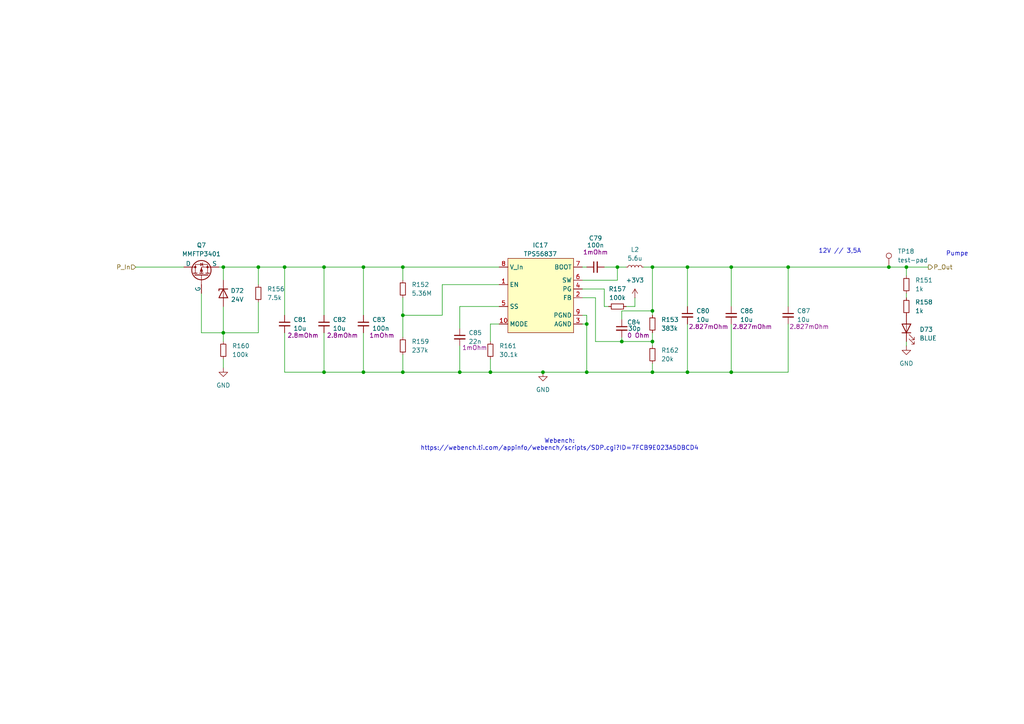
<source format=kicad_sch>
(kicad_sch (version 20231120) (generator "eeschema") (generator_version "8.0")
  (paper "A4")
  (title_block (title "PDU FT25") (date "2024-11-23") (rev "V1.1") (company "Janek Herm") (comment 1 "FaSTTUBe Electronics"))
  (lib_symbols
    (symbol "Connector:TestPoint" (pin_numbers hide) (pin_names (offset 0.762) hide)
      (property "Reference" "TP" (at 0 6.858 0))
      (property "Value" "TestPoint" (at 0 5.08 0))
      (symbol "TestPoint_0_1"
        (circle (center 0 3.302) (radius 0.762))
      )
      (symbol "TestPoint_1_1"
        (pin passive line (at 0 0 90) (length 2.54) (name "1") (number "1"))
      )
    )
    (symbol "Device:C_Small" (pin_numbers hide) (pin_names (offset 0.254) hide)
      (property "Reference" "C" (at 0.254 1.778 0))
      (property "Value" "C_Small" (at 0.254 -2.032 0))
      (symbol "C_Small_0_1"
        (polyline (pts (xy -1.524 -0.508) (xy 1.524 -0.508)) (stroke (width 0.3302)))
        (polyline (pts (xy -1.524 0.508) (xy 1.524 0.508)) (stroke (width 0.3048)))
      )
      (symbol "C_Small_1_1"
        (pin passive line (at 0 2.54 270) (length 2.032) (name "~") (number "1"))
        (pin passive line (at 0 -2.54 90) (length 2.032) (name "~") (number "2"))
      )
    )
    (symbol "Device:D_Zener" (pin_numbers hide) (pin_names (offset 1.016) hide)
      (property "Reference" "D" (at 0 2.54 0))
      (property "Value" "D_Zener" (at 0 -2.54 0))
      (symbol "D_Zener_0_1"
        (polyline (pts (xy 1.27 0) (xy -1.27 0)))
        (polyline (pts (xy -1.27 -1.27) (xy -1.27 1.27) (xy -0.762 1.27)) (stroke (width 0.254)))
        (polyline (pts (xy 1.27 -1.27) (xy 1.27 1.27) (xy -1.27 0) (xy 1.27 -1.27)) (stroke (width 0.254)))
      )
      (symbol "D_Zener_1_1"
        (pin passive line (at -3.81 0 0) (length 2.54) (name "K") (number "1"))
        (pin passive line (at 3.81 0 180) (length 2.54) (name "A") (number "2"))
      )
    )
    (symbol "Device:LED" (pin_numbers hide) (pin_names (offset 1.016) hide)
      (property "Reference" "D" (at 0 2.54 0))
      (property "Value" "LED" (at 0 -2.54 0))
      (symbol "LED_0_1"
        (polyline (pts (xy -1.27 -1.27) (xy -1.27 1.27)) (stroke (width 0.254)))
        (polyline (pts (xy -1.27 0) (xy 1.27 0)))
        (polyline (pts (xy 1.27 -1.27) (xy 1.27 1.27) (xy -1.27 0) (xy 1.27 -1.27)) (stroke (width 0.254)))
        (polyline (pts (xy -3.048 -0.762) (xy -4.572 -2.286) (xy -3.81 -2.286) (xy -4.572 -2.286) (xy -4.572 -1.524)))
        (polyline (pts (xy -1.778 -0.762) (xy -3.302 -2.286) (xy -2.54 -2.286) (xy -3.302 -2.286) (xy -3.302 -1.524)))
      )
      (symbol "LED_1_1"
        (pin passive line (at -3.81 0 0) (length 2.54) (name "K") (number "1"))
        (pin passive line (at 3.81 0 180) (length 2.54) (name "A") (number "2"))
      )
    )
    (symbol "Device:L_Small" (pin_numbers hide) (pin_names (offset 0.254) hide)
      (property "Reference" "L" (at 0.762 1.016 0))
      (property "Value" "L_Small" (at 0.762 -1.016 0))
      (symbol "L_Small_0_1"
        (arc (start 0 -2.032) (mid 0.5058 -1.524) (end 0 -1.016))
        (arc (start 0 -1.016) (mid 0.5058 -0.508) (end 0 0))
        (arc (start 0 0) (mid 0.5058 0.508) (end 0 1.016))
        (arc (start 0 1.016) (mid 0.5058 1.524) (end 0 2.032))
      )
      (symbol "L_Small_1_1"
        (pin passive line (at 0 2.54 270) (length 0.508) (name "~") (number "1"))
        (pin passive line (at 0 -2.54 90) (length 0.508) (name "~") (number "2"))
      )
    )
    (symbol "Device:R_Small" (pin_numbers hide) (pin_names (offset 0.254) hide)
      (property "Reference" "R" (at 0.762 0.508 0))
      (property "Value" "R_Small" (at 0.762 -1.016 0))
      (symbol "R_Small_0_1"
        (rectangle (start -0.762 1.778) (end 0.762 -1.778) (stroke (width 0.2032)))
      )
      (symbol "R_Small_1_1"
        (pin passive line (at 0 2.54 270) (length 0.762) (name "~") (number "1"))
        (pin passive line (at 0 -2.54 90) (length 0.762) (name "~") (number "2"))
      )
    )
    (symbol "FaSTTUBe_Voltage_Regulators:TPS56837"
      (property "Reference" "IC" (at -3.556 10.922 0))
      (property "Value" "TPS56837" (at -3.302 8.636 0))
      (symbol "TPS56837_1_1"
        (rectangle (start -12.7 7.62) (end 6.35 -13.97) (fill (type background)))
        (pin input line (at -15.24 0 0) (length 2.54) (name "EN") (number "1"))
        (pin input line (at -15.24 -11.43 0) (length 2.54) (name "MODE") (number "10"))
        (pin input line (at 8.89 -3.81 180) (length 2.54) (name "FB") (number "2"))
        (pin input line (at 8.89 -11.43 180) (length 2.54) (name "AGND") (number "3"))
        (pin input line (at 8.89 -1.27 180) (length 2.54) (name "PG") (number "4"))
        (pin input line (at -15.24 -6.35 0) (length 2.54) (name "SS") (number "5"))
        (pin input line (at 8.89 1.27 180) (length 2.54) (name "SW") (number "6"))
        (pin input line (at 8.89 5.08 180) (length 2.54) (name "BOOT") (number "7"))
        (pin input line (at -15.24 5.08 0) (length 2.54) (name "V_In") (number "8"))
        (pin input line (at 8.89 -8.89 180) (length 2.54) (name "PGND") (number "9"))
      )
    )
    (symbol "Simulation_SPICE:PMOS" (pin_numbers hide) (pin_names (offset 0))
      (property "Reference" "Q" (at 5.08 1.27 0))
      (property "Value" "PMOS" (at 5.08 -1.27 0))
      (symbol "PMOS_0_1"
        (polyline (pts (xy 0.254 0) (xy -2.54 0)))
        (polyline (pts (xy 0.254 1.905) (xy 0.254 -1.905)) (stroke (width 0.254)))
        (polyline (pts (xy 0.762 -1.27) (xy 0.762 -2.286)) (stroke (width 0.254)))
        (polyline (pts (xy 0.762 0.508) (xy 0.762 -0.508)) (stroke (width 0.254)))
        (polyline (pts (xy 0.762 2.286) (xy 0.762 1.27)) (stroke (width 0.254)))
        (polyline (pts (xy 2.54 2.54) (xy 2.54 1.778)))
        (polyline (pts (xy 2.54 -2.54) (xy 2.54 0) (xy 0.762 0)))
        (polyline (pts (xy 0.762 1.778) (xy 3.302 1.778) (xy 3.302 -1.778) (xy 0.762 -1.778)))
        (polyline (pts (xy 2.286 0) (xy 1.27 0.381) (xy 1.27 -0.381) (xy 2.286 0)) (fill (type outline)))
        (polyline (pts (xy 2.794 -0.508) (xy 2.921 -0.381) (xy 3.683 -0.381) (xy 3.81 -0.254)))
        (polyline (pts (xy 3.302 -0.381) (xy 2.921 0.254) (xy 3.683 0.254) (xy 3.302 -0.381)))
        (circle (center 1.651 0) (radius 2.794) (stroke (width 0.254)))
        (circle (center 2.54 -1.778) (radius 0.254) (fill (type outline)))
        (circle (center 2.54 1.778) (radius 0.254) (fill (type outline)))
      )
      (symbol "PMOS_1_1"
        (pin passive line (at 2.54 5.08 270) (length 2.54) (name "D") (number "1"))
        (pin input line (at -5.08 0 0) (length 2.54) (name "G") (number "2"))
        (pin passive line (at 2.54 -5.08 90) (length 2.54) (name "S") (number "3"))
      )
    )
    (symbol "power:+3.3V" (power) (pin_numbers hide) (pin_names (offset 0) hide)
      (property "Value" "+3.3V" (at 0 3.556 0))
      (symbol "+3.3V_0_1"
        (polyline (pts (xy -0.762 1.27) (xy 0 2.54)))
        (polyline (pts (xy 0 0) (xy 0 2.54)))
        (polyline (pts (xy 0 2.54) (xy 0.762 1.27)))
      )
      (symbol "+3.3V_1_1"
        (pin power_in line (at 0 0 90) (length 0) (name "~") (number "1"))
      )
    )
    (symbol "power:GND" (power) (pin_numbers hide) (pin_names (offset 0) hide)
      (property "Value" "GND" (at 0 -3.81 0))
      (symbol "GND_0_1"
        (polyline (pts (xy 0 0) (xy 0 -1.27) (xy 1.27 -1.27) (xy 0 -2.54) (xy -1.27 -1.27) (xy 0 -1.27)))
      )
      (symbol "GND_1_1"
        (pin power_in line (at 0 0 270) (length 0) (name "~") (number "1"))
      )
    )
  )
  (junction (at 170.18 107.95))
  (junction (at 93.98 107.95))
  (junction (at 212.09 77.47))
  (junction (at 64.77 96.52))
  (junction (at 189.23 107.95))
  (junction (at 74.93 77.47))
  (junction (at 133.35 107.95))
  (junction (at 189.23 77.47))
  (junction (at 180.34 99.06))
  (junction (at 105.41 77.47))
  (junction (at 199.39 107.95))
  (junction (at 179.07 77.47))
  (junction (at 157.48 107.95))
  (junction (at 105.41 107.95))
  (junction (at 257.81 77.47))
  (junction (at 64.77 77.47))
  (junction (at 189.23 99.06))
  (junction (at 262.89 77.47))
  (junction (at 93.98 77.47))
  (junction (at 228.6 77.47))
  (junction (at 189.23 90.17))
  (junction (at 116.84 91.44))
  (junction (at 212.09 107.95))
  (junction (at 142.24 107.95))
  (junction (at 170.18 93.98))
  (junction (at 199.39 77.47))
  (junction (at 116.84 107.95))
  (junction (at 116.84 77.47))
  (junction (at 82.55 77.47))
  (wire (pts (xy 93.98 77.47) (xy 105.41 77.47)))
  (wire (pts (xy 257.81 77.47) (xy 262.89 77.47)))
  (wire (pts (xy 64.77 104.14) (xy 64.77 106.68)))
  (wire (pts (xy 74.93 77.47) (xy 82.55 77.47)))
  (wire (pts (xy 144.78 88.9) (xy 133.35 88.9)))
  (wire (pts (xy 175.26 83.82) (xy 175.26 88.9)))
  (wire (pts (xy 189.23 77.47) (xy 199.39 77.47)))
  (wire (pts (xy 184.15 88.9) (xy 184.15 86.36)))
  (wire (pts (xy 170.18 93.98) (xy 170.18 107.95)))
  (wire (pts (xy 128.27 82.55) (xy 128.27 91.44)))
  (wire (pts (xy 262.89 77.47) (xy 269.24 77.47)))
  (wire (pts (xy 39.37 77.47) (xy 53.34 77.47)))
  (wire (pts (xy 74.93 77.47) (xy 74.93 82.55)))
  (wire (pts (xy 116.84 107.95) (xy 133.35 107.95)))
  (wire (pts (xy 133.35 107.95) (xy 142.24 107.95)))
  (wire (pts (xy 82.55 77.47) (xy 82.55 91.44)))
  (wire (pts (xy 186.69 77.47) (xy 189.23 77.47)))
  (wire (pts (xy 228.6 77.47) (xy 257.81 77.47)))
  (wire (pts (xy 74.93 96.52) (xy 64.77 96.52)))
  (wire (pts (xy 175.26 77.47) (xy 179.07 77.47)))
  (wire (pts (xy 199.39 77.47) (xy 199.39 88.9)))
  (wire (pts (xy 180.34 99.06) (xy 189.23 99.06)))
  (wire (pts (xy 105.41 77.47) (xy 105.41 91.44)))
  (wire (pts (xy 189.23 90.17) (xy 189.23 91.44)))
  (wire (pts (xy 105.41 107.95) (xy 116.84 107.95)))
  (wire (pts (xy 116.84 77.47) (xy 144.78 77.47)))
  (wire (pts (xy 64.77 96.52) (xy 64.77 99.06)))
  (wire (pts (xy 228.6 93.98) (xy 228.6 107.95)))
  (wire (pts (xy 228.6 77.47) (xy 228.6 88.9)))
  (wire (pts (xy 133.35 88.9) (xy 133.35 95.25)))
  (wire (pts (xy 64.77 77.47) (xy 74.93 77.47)))
  (wire (pts (xy 212.09 77.47) (xy 212.09 88.9)))
  (wire (pts (xy 93.98 107.95) (xy 105.41 107.95)))
  (wire (pts (xy 175.26 88.9) (xy 176.53 88.9)))
  (wire (pts (xy 64.77 88.9) (xy 64.77 96.52)))
  (wire (pts (xy 170.18 107.95) (xy 189.23 107.95)))
  (wire (pts (xy 189.23 77.47) (xy 189.23 90.17)))
  (wire (pts (xy 142.24 104.14) (xy 142.24 107.95)))
  (wire (pts (xy 180.34 99.06) (xy 180.34 97.79)))
  (wire (pts (xy 172.72 99.06) (xy 180.34 99.06)))
  (wire (pts (xy 189.23 105.41) (xy 189.23 107.95)))
  (wire (pts (xy 144.78 93.98) (xy 142.24 93.98)))
  (wire (pts (xy 189.23 99.06) (xy 189.23 100.33)))
  (wire (pts (xy 181.61 88.9) (xy 184.15 88.9)))
  (wire (pts (xy 180.34 90.17) (xy 180.34 92.71)))
  (wire (pts (xy 172.72 86.36) (xy 172.72 99.06)))
  (wire (pts (xy 181.61 77.47) (xy 179.07 77.47)))
  (wire (pts (xy 212.09 107.95) (xy 228.6 107.95)))
  (wire (pts (xy 116.84 77.47) (xy 116.84 81.28)))
  (wire (pts (xy 116.84 91.44) (xy 116.84 97.79)))
  (wire (pts (xy 168.91 83.82) (xy 175.26 83.82)))
  (wire (pts (xy 189.23 107.95) (xy 199.39 107.95)))
  (wire (pts (xy 128.27 91.44) (xy 116.84 91.44)))
  (wire (pts (xy 168.91 86.36) (xy 172.72 86.36)))
  (wire (pts (xy 170.18 91.44) (xy 170.18 93.98)))
  (wire (pts (xy 93.98 96.52) (xy 93.98 107.95)))
  (wire (pts (xy 144.78 82.55) (xy 128.27 82.55)))
  (wire (pts (xy 157.48 107.95) (xy 170.18 107.95)))
  (wire (pts (xy 105.41 77.47) (xy 116.84 77.47)))
  (wire (pts (xy 58.42 85.09) (xy 58.42 96.52)))
  (wire (pts (xy 168.91 91.44) (xy 170.18 91.44)))
  (wire (pts (xy 58.42 96.52) (xy 64.77 96.52)))
  (wire (pts (xy 168.91 93.98) (xy 170.18 93.98)))
  (wire (pts (xy 64.77 77.47) (xy 64.77 81.28)))
  (wire (pts (xy 116.84 86.36) (xy 116.84 91.44)))
  (wire (pts (xy 116.84 102.87) (xy 116.84 107.95)))
  (wire (pts (xy 74.93 87.63) (xy 74.93 96.52)))
  (wire (pts (xy 262.89 99.06) (xy 262.89 100.33)))
  (wire (pts (xy 199.39 93.98) (xy 199.39 107.95)))
  (wire (pts (xy 262.89 77.47) (xy 262.89 80.01)))
  (wire (pts (xy 93.98 77.47) (xy 93.98 91.44)))
  (wire (pts (xy 212.09 93.98) (xy 212.09 107.95)))
  (wire (pts (xy 133.35 100.33) (xy 133.35 107.95)))
  (wire (pts (xy 189.23 96.52) (xy 189.23 99.06)))
  (wire (pts (xy 199.39 107.95) (xy 212.09 107.95)))
  (wire (pts (xy 179.07 81.28) (xy 179.07 77.47)))
  (wire (pts (xy 82.55 96.52) (xy 82.55 107.95)))
  (wire (pts (xy 180.34 90.17) (xy 189.23 90.17)))
  (wire (pts (xy 105.41 96.52) (xy 105.41 107.95)))
  (wire (pts (xy 63.5 77.47) (xy 64.77 77.47)))
  (wire (pts (xy 262.89 85.09) (xy 262.89 86.36)))
  (wire (pts (xy 199.39 77.47) (xy 212.09 77.47)))
  (wire (pts (xy 142.24 93.98) (xy 142.24 99.06)))
  (wire (pts (xy 168.91 81.28) (xy 179.07 81.28)))
  (wire (pts (xy 168.91 77.47) (xy 170.18 77.47)))
  (wire (pts (xy 142.24 107.95) (xy 157.48 107.95)))
  (wire (pts (xy 212.09 77.47) (xy 228.6 77.47)))
  (wire (pts (xy 82.55 107.95) (xy 93.98 107.95)))
  (wire (pts (xy 82.55 77.47) (xy 93.98 77.47)))
  (text "12V // 3,5A" (at 243.586 72.898 0) (effects (font (size 1.27 1.27))))
  (text "Webench:\nhttps://webench.ti.com/appinfo/webench/scripts/SDP.cgi?ID=7FCB9E023A5DBCD4" (at 162.306 129.032 0) (effects (font (size 1.27 1.27))))
  (text "Pumpe" (at 277.622 73.66 0) (effects (font (size 1.27 1.27))))
  (hierarchical_label "P_In" (shape input) (at 39.37 77.47 180))
  (hierarchical_label "P_Out" (shape output) (at 269.24 77.47 0))
  (symbol (lib_id "Device:R_Small") (at 116.84 100.33 0) (unit 1)
    (property "Reference" "R159" (at 119.38 99.0599 0) (effects (justify left)))
    (property "Value" "237k" (at 119.38 101.5999 0) (effects (justify left)))
    (property "Footprint" "Resistor_SMD:R_0603_1608Metric" (effects (hide yes)))
    (property "Description" "Resistor, small symbol" (effects (hide yes)))
    (instances (project "FT25_PDU" (path "" (reference "R159") (unit 1)) (path "" (reference "R169") (unit 1))))
  )
  (symbol (lib_id "Device:R_Small") (at 74.93 85.09 0) (unit 1)
    (property "Reference" "R156" (at 77.47 83.8199 0) (effects (justify left)))
    (property "Value" "7.5k" (at 77.47 86.3599 0) (effects (justify left)))
    (property "Footprint" "Resistor_SMD:R_0603_1608Metric" (effects (hide yes)))
    (property "Description" "Resistor, small symbol" (effects (hide yes)))
    (instances (project "FT25_PDU" (path "" (reference "R156") (unit 1)) (path "" (reference "R166") (unit 1))))
  )
  (symbol (lib_id "Device:D_Zener") (at 64.77 85.09 90) (mirror x) (unit 1)
    (property "Reference" "D72" (at 68.834 84.328 90))
    (property "Value" "24V" (at 68.834 86.868 90))
    (property "Footprint" "3SMAJ5934B-TP:DIOM5226X244N" (effects (hide yes)))
    (property "Datasheet" "https://www.mouser.de/datasheet/2/258/3SMAJ5918B_3SMAJ5956B_SMA_-3423242.pdf" (effects (hide yes)))
    (property "Description" "Zener diode" (effects (hide yes)))
    (property "MPR" "3SMAJ5934B-TP" (effects (hide yes)))
    (instances (project "FT25_PDU" (path "" (reference "D72") (unit 1)) (path "" (reference "D74") (unit 1))))
  )
  (symbol (lib_id "Device:R_Small") (at 189.23 102.87 0) (unit 1)
    (property "Reference" "R162" (at 191.77 101.5999 0) (effects (justify left)))
    (property "Value" "20k" (at 191.77 104.1399 0) (effects (justify left)))
    (property "Footprint" "Resistor_SMD:R_0603_1608Metric" (effects (hide yes)))
    (property "Description" "Resistor, small symbol" (effects (hide yes)))
    (instances (project "FT25_PDU" (path "" (reference "R162") (unit 1)) (path "" (reference "R172") (unit 1))))
  )
  (symbol (lib_id "power:GND") (at 157.48 107.95 0) (unit 1)
    (property "Reference" "#PWR0208" (effects (hide yes)))
    (property "Value" "GND" (at 157.48 113.03 0))
    (property "Description" "Power symbol creates a global label with name \"GND\" , ground" (effects (hide yes)))
    (instances (project "FT25_PDU" (path "" (reference "#PWR0208") (unit 1)) (path "" (reference "#PWR0212") (unit 1))))
  )
  (symbol (lib_id "power:GND") (at 262.89 100.33 0) (unit 1)
    (property "Reference" "#PWR0204" (effects (hide yes)))
    (property "Value" "GND" (at 262.89 105.41 0))
    (property "Description" "Power symbol creates a global label with name \"GND\" , ground" (effects (hide yes)))
    (instances (project "FT25_PDU" (path "" (reference "#PWR0204") (unit 1)) (path "" (reference "#PWR0210") (unit 1))))
  )
  (symbol (lib_id "Simulation_SPICE:PMOS") (at 58.42 80.01 90) (unit 1)
    (property "Reference" "Q7" (at 58.42 71.12 90))
    (property "Value" "MMFTP3401" (at 58.42 73.66 90))
    (property "Footprint" "Package_TO_SOT_SMD:SOT-23" (effects (hide yes)))
    (property "Datasheet" "https://diotec.com/request/datasheet/mmftp3401.pdf" (effects (hide yes)))
    (property "Description" "P-MOSFET transistor, drain/source/gate" (effects (hide yes)))
    (property "Sim.Device" "PMOS" (effects (hide yes)))
    (property "Sim.Type" "VDMOS" (effects (hide yes)))
    (property "Sim.Pins" "1=D 2=G 3=S" (effects (hide yes)))
    (instances (project "FT25_PDU" (path "" (reference "Q7") (unit 1)) (path "" (reference "Q8") (unit 1))))
  )
  (symbol (lib_id "Device:C_Small") (at 199.39 91.44 0) (unit 1)
    (property "Reference" "C80" (at 201.93 90.1762 0) (effects (justify left)))
    (property "Value" "10u" (at 201.93 92.7162 0) (effects (justify left)))
    (property "Footprint" "Capacitor_SMD:C_1210_3225Metric" (effects (hide yes)))
    (property "Description" "Unpolarized capacitor, small symbol" (effects (hide yes)))
    (property "Resistance" "2.827mOhm" (at 205.486 94.742 0))
    (instances (project "FT25_PDU" (path "" (reference "C80") (unit 1)) (path "" (reference "C89") (unit 1))))
  )
  (symbol (lib_id "Device:C_Small") (at 105.41 93.98 0) (unit 1)
    (property "Reference" "C83" (at 107.95 92.7162 0) (effects (justify left)))
    (property "Value" "100n" (at 107.95 95.2562 0) (effects (justify left)))
    (property "Footprint" "Capacitor_SMD:C_0805_2012Metric" (effects (hide yes)))
    (property "Description" "Unpolarized capacitor, small symbol" (effects (hide yes)))
    (property "Resistance" "1mOhm" (at 110.744 97.282 0))
    (instances (project "FT25_PDU" (path "" (reference "C83") (unit 1)) (path "" (reference "C94") (unit 1))))
  )
  (symbol (lib_id "Device:L_Small") (at 184.15 77.47 90) (unit 1)
    (property "Reference" "L2" (at 184.15 72.39 90))
    (property "Value" "5.6u" (at 184.15 74.93 90))
    (property "Footprint" "74439346056:74439346056" (effects (hide yes)))
    (property "Datasheet" "https://www.we-online.com/components/products/datasheet/74439346056.pdf" (effects (hide yes)))
    (property "Description" "Inductor, small symbol" (effects (hide yes)))
    (instances (project "FT25_PDU" (path "" (reference "L2") (unit 1)) (path "" (reference "L4") (unit 1))))
  )
  (symbol (lib_id "Device:LED") (at 262.89 95.25 90) (unit 1)
    (property "Reference" "D73" (at 266.7 95.5674 90) (effects (justify right)))
    (property "Value" "BLUE" (at 266.7 98.1074 90) (effects (justify right)))
    (property "Footprint" "LED_SMD:LED_0603_1608Metric" (effects (hide yes)))
    (property "Datasheet" "https://www.we-online.com/components/products/datasheet/150060BS75000.pdf" (effects (hide yes)))
    (property "Description" "Light emitting diode" (effects (hide yes)))
    (property "MPR" "150060BS75000" (effects (hide yes)))
    (instances (project "FT25_PDU" (path "" (reference "D73") (unit 1)) (path "" (reference "D75") (unit 1))))
  )
  (symbol (lib_id "Device:C_Small") (at 172.72 77.47 90) (unit 1)
    (property "Reference" "C79" (at 172.7263 69.088 90))
    (property "Value" "100n" (at 172.7263 71.12 90))
    (property "Footprint" "Capacitor_SMD:C_0603_1608Metric" (effects (hide yes)))
    (property "Description" "Unpolarized capacitor, small symbol" (effects (hide yes)))
    (property "Resistance" "1mOhm" (at 172.72 73.152 90))
    (instances (project "FT25_PDU" (path "" (reference "C79") (unit 1)) (path "" (reference "C88") (unit 1))))
  )
  (symbol (lib_id "Device:C_Small") (at 228.6 91.44 0) (unit 1)
    (property "Reference" "C87" (at 231.14 90.1762 0) (effects (justify left)))
    (property "Value" "10u" (at 231.14 92.7162 0) (effects (justify left)))
    (property "Footprint" "Capacitor_SMD:C_1210_3225Metric" (effects (hide yes)))
    (property "Description" "Unpolarized capacitor, small symbol" (effects (hide yes)))
    (property "Resistance" "2.827mOhm" (at 234.696 94.742 0))
    (instances (project "FT25_PDU" (path "" (reference "C87") (unit 1)) (path "" (reference "C91") (unit 1))))
  )
  (symbol (lib_id "Device:C_Small") (at 212.09 91.44 0) (unit 1)
    (property "Reference" "C86" (at 214.63 90.1762 0) (effects (justify left)))
    (property "Value" "10u" (at 214.63 92.7162 0) (effects (justify left)))
    (property "Footprint" "Capacitor_SMD:C_1210_3225Metric" (effects (hide yes)))
    (property "Description" "Unpolarized capacitor, small symbol" (effects (hide yes)))
    (property "Resistance" "2.827mOhm" (at 218.186 94.742 0))
    (instances (project "FT25_PDU" (path "" (reference "C86") (unit 1)) (path "" (reference "C90") (unit 1))))
  )
  (symbol (lib_id "Device:R_Small") (at 189.23 93.98 0) (unit 1)
    (property "Reference" "R153" (at 191.77 92.7099 0) (effects (justify left)))
    (property "Value" "383k" (at 191.77 95.2499 0) (effects (justify left)))
    (property "Footprint" "Resistor_SMD:R_0603_1608Metric" (effects (hide yes)))
    (property "Description" "Resistor, small symbol" (effects (hide yes)))
    (instances (project "FT25_PDU" (path "" (reference "R153") (unit 1)) (path "" (reference "R165") (unit 1))))
  )
  (symbol (lib_id "power:+3.3V") (at 184.15 86.36 0) (unit 1)
    (property "Reference" "#PWR0203" (effects (hide yes)))
    (property "Value" "+3V3" (at 184.15 81.28 0))
    (property "Description" "Power symbol creates a global label with name \"+3.3V\"" (effects (hide yes)))
    (instances (project "FT25_PDU" (path "" (reference "#PWR0203") (unit 1)) (path "" (reference "#PWR0209") (unit 1))))
  )
  (symbol (lib_id "FaSTTUBe_Voltage_Regulators:TPS56837") (at 160.02 82.55 0) (unit 1)
    (property "Reference" "IC17" (at 156.718 71.12 0))
    (property "Value" "TPS56837" (at 156.718 73.66 0))
    (property "Footprint" "TPS56837:TPS56837" (effects (hide yes)))
    (property "Datasheet" "https://www.ti.com/lit/ds/symlink/tps56837.pdf?ts=1731338435977" (effects (hide yes)))
    (instances (project "FT25_PDU" (path "" (reference "IC17") (unit 1)) (path "" (reference "IC18") (unit 1))))
  )
  (symbol (lib_id "Connector:TestPoint") (at 257.81 77.47 0) (unit 1)
    (property "Reference" "TP18" (at 260.35 72.8979 0) (effects (justify left)))
    (property "Value" "test-pad" (at 260.35 75.4379 0) (effects (justify left)))
    (property "Footprint" "5025:5025" (effects (hide yes)))
    (property "Description" "test point" (effects (hide yes)))
    (instances (project "FT25_PDU" (path "" (reference "TP18") (unit 1)) (path "" (reference "TP19") (unit 1))))
  )
  (symbol (lib_id "Device:C_Small") (at 82.55 93.98 0) (unit 1)
    (property "Reference" "C81" (at 85.09 92.7162 0) (effects (justify left)))
    (property "Value" "10u" (at 85.09 95.2562 0) (effects (justify left)))
    (property "Footprint" "Capacitor_SMD:C_1210_3225Metric" (effects (hide yes)))
    (property "Description" "Unpolarized capacitor, small symbol" (effects (hide yes)))
    (property "Resistance" "2.8mOhm" (at 87.884 97.282 0))
    (instances (project "FT25_PDU" (path "" (reference "C81") (unit 1)) (path "" (reference "C92") (unit 1))))
  )
  (symbol (lib_id "Device:R_Small") (at 142.24 101.6 0) (unit 1)
    (property "Reference" "R161" (at 144.78 100.3299 0) (effects (justify left)))
    (property "Value" "30.1k" (at 144.78 102.8699 0) (effects (justify left)))
    (property "Footprint" "Resistor_SMD:R_0603_1608Metric" (effects (hide yes)))
    (property "Description" "Resistor, small symbol" (effects (hide yes)))
    (instances (project "FT25_PDU" (path "" (reference "R161") (unit 1)) (path "" (reference "R171") (unit 1))))
  )
  (symbol (lib_id "Device:R_Small") (at 262.89 82.55 0) (unit 1)
    (property "Reference" "R151" (at 265.43 81.2799 0) (effects (justify left)))
    (property "Value" "1k" (at 265.43 83.8199 0) (effects (justify left)))
    (property "Footprint" "Resistor_SMD:R_0603_1608Metric" (effects (hide yes)))
    (property "Description" "Resistor, small symbol" (effects (hide yes)))
    (instances (project "FT25_PDU" (path "" (reference "R151") (unit 1)) (path "" (reference "R163") (unit 1))))
  )
  (symbol (lib_id "Device:R_Small") (at 64.77 101.6 0) (unit 1)
    (property "Reference" "R160" (at 67.31 100.3299 0) (effects (justify left)))
    (property "Value" "100k" (at 67.31 102.8699 0) (effects (justify left)))
    (property "Footprint" "Resistor_SMD:R_0603_1608Metric" (effects (hide yes)))
    (property "Description" "Resistor, small symbol" (effects (hide yes)))
    (instances (project "FT25_PDU" (path "" (reference "R160") (unit 1)) (path "" (reference "R170") (unit 1))))
  )
  (symbol (lib_id "Device:R_Small") (at 179.07 88.9 90) (unit 1)
    (property "Reference" "R157" (at 179.07 83.82 90))
    (property "Value" "100k" (at 179.07 86.36 90))
    (property "Footprint" "Resistor_SMD:R_0603_1608Metric" (effects (hide yes)))
    (property "Description" "Resistor, small symbol" (effects (hide yes)))
    (instances (project "FT25_PDU" (path "" (reference "R157") (unit 1)) (path "" (reference "R167") (unit 1))))
  )
  (symbol (lib_id "Device:R_Small") (at 116.84 83.82 0) (unit 1)
    (property "Reference" "R152" (at 119.38 82.5499 0) (effects (justify left)))
    (property "Value" "5.36M" (at 119.38 85.0899 0) (effects (justify left)))
    (property "Footprint" "Resistor_SMD:R_0603_1608Metric" (effects (hide yes)))
    (property "Description" "Resistor, small symbol" (effects (hide yes)))
    (instances (project "FT25_PDU" (path "" (reference "R152") (unit 1)) (path "" (reference "R164") (unit 1))))
  )
  (symbol (lib_id "Device:C_Small") (at 180.34 95.25 0) (unit 1)
    (property "Reference" "C84" (at 181.864 93.4782 0) (effects (justify left)))
    (property "Value" "30p" (at 182.118 95.2562 0) (effects (justify left)))
    (property "Footprint" "Capacitor_SMD:C_0603_1608Metric" (effects (hide yes)))
    (property "Description" "Unpolarized capacitor, small symbol" (effects (hide yes)))
    (property "Resistance" "0 Ohm" (at 185.166 97.282 0))
    (instances (project "FT25_PDU" (path "" (reference "C84") (unit 1)) (path "" (reference "C95") (unit 1))))
  )
  (symbol (lib_id "power:GND") (at 64.77 106.68 0) (unit 1)
    (property "Reference" "#PWR0207" (effects (hide yes)))
    (property "Value" "GND" (at 64.77 111.76 0))
    (property "Description" "Power symbol creates a global label with name \"GND\" , ground" (effects (hide yes)))
    (instances (project "FT25_PDU" (path "" (reference "#PWR0207") (unit 1)) (path "" (reference "#PWR0211") (unit 1))))
  )
  (symbol (lib_id "Device:C_Small") (at 93.98 93.98 0) (unit 1)
    (property "Reference" "C82" (at 96.52 92.7162 0) (effects (justify left)))
    (property "Value" "10u" (at 96.52 95.2562 0) (effects (justify left)))
    (property "Footprint" "Capacitor_SMD:C_1210_3225Metric" (effects (hide yes)))
    (property "Description" "Unpolarized capacitor, small symbol" (effects (hide yes)))
    (property "Resistance" "2.8mOhm" (at 99.314 97.282 0))
    (instances (project "FT25_PDU" (path "" (reference "C82") (unit 1)) (path "" (reference "C93") (unit 1))))
  )
  (symbol (lib_id "Device:R_Small") (at 262.89 88.9 0) (unit 1)
    (property "Reference" "R158" (at 265.43 87.6299 0) (effects (justify left)))
    (property "Value" "1k" (at 265.43 90.1699 0) (effects (justify left)))
    (property "Footprint" "Resistor_SMD:R_0603_1608Metric" (effects (hide yes)))
    (property "Description" "Resistor, small symbol" (effects (hide yes)))
    (instances (project "FT25_PDU" (path "" (reference "R158") (unit 1)) (path "" (reference "R168") (unit 1))))
  )
  (symbol (lib_id "Device:C_Small") (at 133.35 97.79 0) (unit 1)
    (property "Reference" "C85" (at 135.89 96.5262 0) (effects (justify left)))
    (property "Value" "22n" (at 135.89 99.0662 0) (effects (justify left)))
    (property "Footprint" "Capacitor_SMD:C_0603_1608Metric" (effects (hide yes)))
    (property "Description" "Unpolarized capacitor, small symbol" (effects (hide yes)))
    (property "Resistance" "1mOhm" (at 137.668 100.838 0))
    (instances (project "FT25_PDU" (path "" (reference "C85") (unit 1)) (path "" (reference "C96") (unit 1))))
  )
)
</source>
